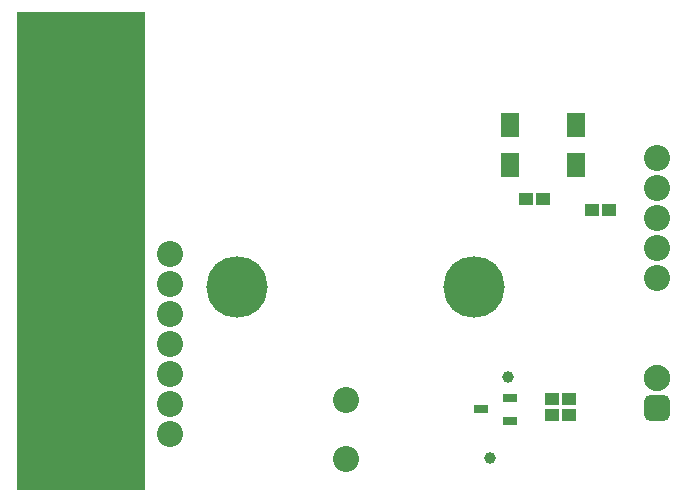
<source format=gbs>
G04*
G04 #@! TF.GenerationSoftware,Altium Limited,Altium Designer,21.0.8 (223)*
G04*
G04 Layer_Color=16711935*
%FSLAX44Y44*%
%MOMM*%
G71*
G04*
G04 #@! TF.SameCoordinates,3C593E1E-8741-496A-A554-97E108CC9687*
G04*
G04*
G04 #@! TF.FilePolarity,Negative*
G04*
G01*
G75*
%ADD25R,10.9405X40.5913*%
%ADD30R,1.1532X1.1032*%
%ADD41C,2.2032*%
G04:AMPARAMS|DCode=42|XSize=2.2352mm|YSize=2.2352mm|CornerRadius=0.6096mm|HoleSize=0mm|Usage=FLASHONLY|Rotation=180.000|XOffset=0mm|YOffset=0mm|HoleType=Round|Shape=RoundedRectangle|*
%AMROUNDEDRECTD42*
21,1,2.2352,1.0160,0,0,180.0*
21,1,1.0160,2.2352,0,0,180.0*
1,1,1.2192,-0.5080,0.5080*
1,1,1.2192,0.5080,0.5080*
1,1,1.2192,0.5080,-0.5080*
1,1,1.2192,-0.5080,-0.5080*
%
%ADD42ROUNDEDRECTD42*%
%ADD43C,2.2352*%
%ADD44C,5.2032*%
%ADD45C,1.0032*%
%ADD60R,1.2032X0.8032*%
%ADD61R,1.5032X2.1032*%
D25*
X38297Y271293D02*
D03*
D30*
X436750Y146006D02*
D03*
X451250D02*
D03*
X451250Y133000D02*
D03*
X436750D02*
D03*
X415250Y315750D02*
D03*
X429750D02*
D03*
X485250Y306000D02*
D03*
X470750Y306000D02*
D03*
D41*
X262750Y145250D02*
D03*
Y95250D02*
D03*
X525750Y248600D02*
D03*
Y274000D02*
D03*
Y299400D02*
D03*
Y324800D02*
D03*
Y350200D02*
D03*
X114000Y269400D02*
D03*
Y244000D02*
D03*
Y218600D02*
D03*
Y193200D02*
D03*
Y167800D02*
D03*
Y142400D02*
D03*
Y117000D02*
D03*
D42*
X526250Y138550D02*
D03*
D43*
Y163950D02*
D03*
D44*
X370840Y241300D02*
D03*
X170180D02*
D03*
D45*
X399658Y164536D02*
D03*
X384500Y96500D02*
D03*
D60*
X377318Y137435D02*
D03*
X401318Y127935D02*
D03*
Y146935D02*
D03*
D61*
X457500Y378500D02*
D03*
X401250D02*
D03*
X401250Y344000D02*
D03*
X457500Y344000D02*
D03*
M02*

</source>
